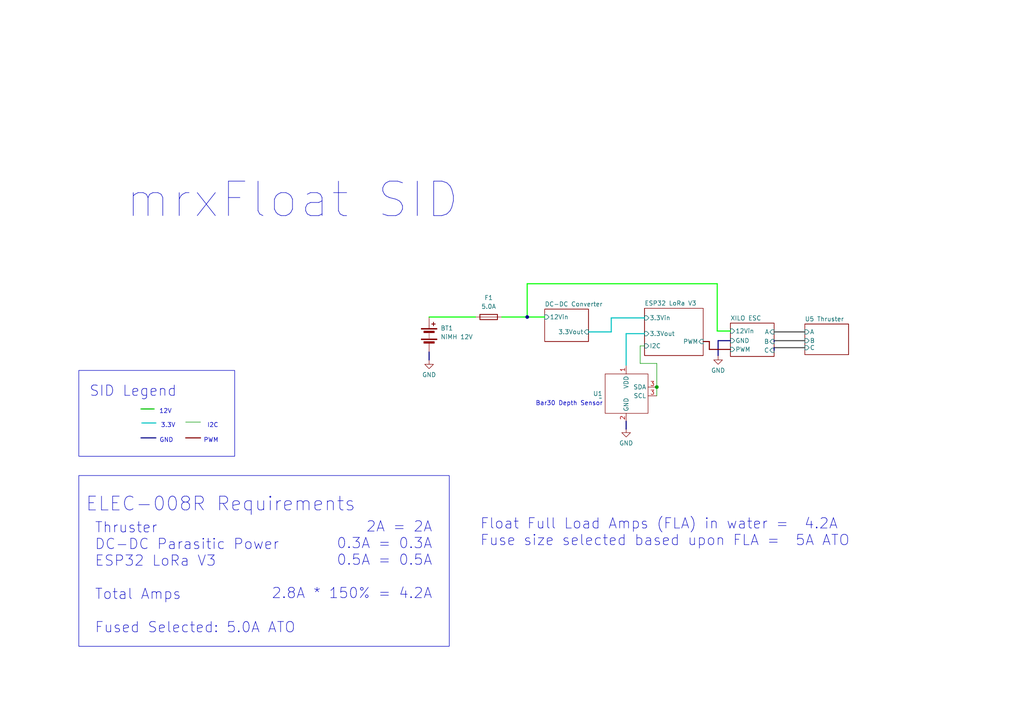
<source format=kicad_sch>
(kicad_sch (version 20241004) (generator "eeschema") (generator_version "8.99")
  (paper "A4")
  (title_block (title "MUREX FLOAT SID") (date "2025-05-02") (rev "V1") (company "MUREX ROBOTICS") (comment 3 "mrxFloat V10") (comment 4 "Float SID"))
  (lib_symbols
    (symbol "Device:Battery" (pin_numbers (hide yes)) (pin_names (offset 0) (hide yes))
      (property "Reference" "BT" (at 2.54 2.54 0))
      (property "Value" "Battery" (at 2.54 0 0))
      (symbol "Battery_0_1"
        (rectangle (start -2.286 1.778) (end 2.286 1.524) (fill (type outline)))
        (rectangle (start -2.286 -1.27) (end 2.286 -1.524) (fill (type outline)))
        (rectangle (start -1.524 1.016) (end 1.524 0.508) (fill (type outline)))
        (rectangle (start -1.524 -2.032) (end 1.524 -2.54) (fill (type outline)))
        (polyline (pts (xy 0 1.778) (xy 0 2.54)))
        (polyline (pts (xy 0 0) (xy 0 0.254)))
        (polyline (pts (xy 0 -0.508) (xy 0 -0.254)))
        (polyline (pts (xy 0 -1.016) (xy 0 -0.762)))
        (polyline (pts (xy 0.762 3.048) (xy 1.778 3.048)) (stroke (width 0.254)))
        (polyline (pts (xy 1.27 3.556) (xy 1.27 2.54)) (stroke (width 0.254)))
      )
      (symbol "Battery_1_1"
        (pin passive line (at 0 5.08 270) (length 2.54) (name "+") (number "1"))
        (pin passive line (at 0 -5.08 90) (length 2.54) (name "-") (number "2"))
      )
    )
    (symbol "Device:Fuse" (pin_numbers (hide yes)) (pin_names (offset 0))
      (property "Reference" "F" (at 2.032 0 90))
      (property "Value" "Fuse" (at -1.905 0 90))
      (symbol "Fuse_0_1"
        (rectangle (start -0.762 -2.54) (end 0.762 2.54) (stroke (width 0.254)))
        (polyline (pts (xy 0 2.54) (xy 0 -2.54)))
      )
      (symbol "Fuse_1_1"
        (pin passive line (at 0 3.81 270) (length 1.27) (name "~") (number "1"))
        (pin passive line (at 0 -3.81 90) (length 1.27) (name "~") (number "2"))
      )
    )
    (symbol "Sensor:Bar02"
      (property "Reference" "U" (at -5.842 7.62 0))
      (symbol "Bar02_0_1"
        (rectangle (start -6.096 6.35) (end 6.35 -5.08))
      )
      (symbol "Bar02_1_1"
        (pin input line (at 0 8.89 270) (length 2.54) (name "VDD") (number "1"))
        (pin input line (at 0 -7.62 90) (length 2.54) (name "GND") (number "2"))
        (pin input line (at 8.89 2.54 180) (length 2.54) (name "SDA") (number "3"))
        (pin input line (at 8.89 0 180) (length 2.54) (name "SCL") (number "3"))
      )
    )
    (symbol "power:GND" (power) (pin_numbers (hide yes)) (pin_names (offset 0) (hide yes))
      (property "Value" "GND" (at 0 -3.81 0))
      (symbol "GND_0_1"
        (polyline (pts (xy 0 0) (xy 0 -1.27) (xy 1.27 -1.27) (xy 0 -2.54) (xy -1.27 -1.27) (xy 0 -1.27)))
      )
      (symbol "GND_1_1"
        (pin power_in line (at 0 0 270) (length 0) (name "~") (number "1"))
      )
    )
  )
  (rectangle (start 22.86 137.922) (end 130.302 187.452))
  (rectangle (start 22.86 107.442) (end 68.072 132.334))
  (text "ELEC-008R Requirements" (at 64.008 146.304 0) (effects (font (size 4 4))))
  (text "Bar30 Depth Sensor" (at 165.1 117.094 0) (effects (font (size 1.27 1.27))))
  (text "Float Full Load Amps (FLA) in water =  4.2A\nFuse size selected based upon FLA =  5A ATO  " (at 139.192 154.432 0) (effects (font (size 3 3)) (justify left)))
  (text "3.3V\n" (at 48.768 123.444 0) (effects (font (size 1.27 1.27))))
  (text "PWM" (at 61.214 127.762 0) (effects (font (size 1.27 1.27))))
  (text "2A = 2A\n0.3A = 0.3A\n0.5A = 0.5A\n\n2.8A * 150% = 4.2A" (at 125.476 162.56 0) (effects (font (size 3 3)) (justify right)))
  (text "mrxFloat SID\n" (at 84.836 58.166 0) (effects (font (size 10 10))))
  (text "GND\n" (at 48.26 127.762 0) (effects (font (size 1.27 1.27))))
  (text "Thruster\nDC-DC Parasitic Power\nESP32 LoRa V3\n\nTotal Amps\n\nFused Selected: 5.0A ATO" (at 27.432 167.64 0) (effects (font (size 3 3)) (justify left)))
  (text "12V\n" (at 48.006 119.38 0) (effects (font (size 1.27 1.27))))
  (text "I2C\n" (at 61.722 123.444 0) (effects (font (size 1.27 1.27))))
  (text "SID Legend" (at 38.608 113.538 0) (effects (font (size 3 3))))
  (junction (at 152.908 91.948))
  (junction (at 190.5 112.268))
  (bus (pts (xy 41.148 122.682) (xy 45.212 122.682)) (stroke (width 0) (color 0 194 194 1)))
  (wire (pts (xy 190.5 112.268) (xy 190.5 114.808)))
  (bus (pts (xy 205.74 99.06) (xy 205.74 101.346)) (stroke (width 0) (color 132 0 0 1)))
  (bus (pts (xy 203.962 99.06) (xy 205.74 99.06)) (stroke (width 0) (color 132 0 0 1)))
  (wire (pts (xy 53.848 122.428) (xy 58.166 122.428)))
  (bus (pts (xy 177.292 92.202) (xy 177.292 96.266)) (stroke (width 0) (color 0 194 194 1)))
  (bus (pts (xy 208.28 98.806) (xy 208.28 103.124)))
  (wire (pts (xy 185.674 100.33) (xy 185.674 105.41)))
  (bus (pts (xy 211.836 96.012) (xy 208.026 96.012)) (stroke (width 0) (color 0 255 0 1)))
  (wire (pts (xy 190.5 105.41) (xy 190.5 112.268)))
  (bus (pts (xy 53.848 127) (xy 58.166 127)) (stroke (width 0) (color 132 0 0 1)))
  (bus (pts (xy 233.426 100.838) (xy 224.536 100.838)) (stroke (width 0) (color 72 72 72 1)))
  (bus (pts (xy 224.536 96.266) (xy 233.426 96.266)) (stroke (width 0) (color 72 72 72 1)))
  (bus (pts (xy 208.026 96.012) (xy 208.026 82.296)) (stroke (width 0) (color 0 255 0 1)))
  (bus (pts (xy 152.908 82.296) (xy 152.908 91.948)) (stroke (width 0) (color 0 255 0 1)))
  (bus (pts (xy 205.74 101.346) (xy 211.836 101.346)) (stroke (width 0) (color 132 0 0 1)))
  (bus (pts (xy 40.894 127) (xy 45.212 127)))
  (bus (pts (xy 208.026 82.296) (xy 152.908 82.296)) (stroke (width 0) (color 0 255 0 1)))
  (bus (pts (xy 181.61 105.918) (xy 181.61 96.774)) (stroke (width 0) (color 0 194 194 1)))
  (bus (pts (xy 224.536 98.806) (xy 224.536 99.06)))
  (bus (pts (xy 208.28 98.806) (xy 211.836 98.806)))
  (bus (pts (xy 145.542 91.948) (xy 152.908 91.948)) (stroke (width 0) (color 0 255 0 1)))
  (bus (pts (xy 181.61 96.774) (xy 186.944 96.774)) (stroke (width 0) (color 0 194 194 1)))
  (bus (pts (xy 224.536 100.838) (xy 224.536 101.6)))
  (wire (pts (xy 186.944 100.33) (xy 185.674 100.33)))
  (bus (pts (xy 152.908 91.948) (xy 157.988 91.948)) (stroke (width 0) (color 0 255 0 1)))
  (bus (pts (xy 40.894 118.618) (xy 44.704 118.618)) (stroke (width 0) (color 0 194 0 1)))
  (bus (pts (xy 181.61 122.174) (xy 181.61 124.46)))
  (wire (pts (xy 185.674 105.41) (xy 190.5 105.41)))
  (bus (pts (xy 186.944 92.202) (xy 177.292 92.202)) (stroke (width 0) (color 0 194 194 1)))
  (bus (pts (xy 177.292 96.266) (xy 170.688 96.266)) (stroke (width 0) (color 0 194 194 1)))
  (bus (pts (xy 124.46 91.948) (xy 137.922 91.948)) (stroke (width 0) (color 0 255 0 1)))
  (bus (pts (xy 233.426 98.806) (xy 224.536 98.806)) (stroke (width 0) (color 72 72 72 1)))
  (bus (pts (xy 124.46 102.108) (xy 124.46 104.394)))
  (symbol (lib_id "power:GND") (at 124.46 104.394 0) (unit 1)
    (property "Reference" "#PWR01" (effects (hide yes)))
    (property "Value" "GND" (at 124.46 108.712 0))
    (property "Description" "Power symbol creates a global label with name \"GND\" , ground" (effects (hide yes)))
  )
  (symbol (lib_id "power:GND") (at 181.61 124.206 0) (unit 1)
    (property "Reference" "#PWR04" (effects (hide yes)))
    (property "Value" "GND" (at 181.61 128.524 0))
    (property "Description" "Power symbol creates a global label with name \"GND\" , ground" (effects (hide yes)))
  )
  (symbol (lib_id "Device:Fuse") (at 141.732 91.948 90) (unit 1)
    (property "Reference" "F1" (at 141.732 86.36 90))
    (property "Value" "5.0A" (at 141.732 88.9 90))
    (property "Description" "Fuse" (effects (hide yes)))
  )
  (symbol (lib_id "power:GND") (at 208.28 103.124 0) (unit 1)
    (property "Reference" "#PWR03" (effects (hide yes)))
    (property "Value" "GND" (at 208.28 107.442 0))
    (property "Description" "Power symbol creates a global label with name \"GND\" , ground" (effects (hide yes)))
  )
  (symbol (lib_id "Device:Battery") (at 124.46 97.028 0) (unit 1)
    (property "Reference" "BT1" (at 127.762 95.1865 0) (effects (justify left)))
    (property "Value" "NiMH 12V" (at 127.762 97.7265 0) (effects (justify left)))
    (property "Description" "Multiple-cell battery" (effects (hide yes)))
  )
  (symbol (lib_id "Sensor:Bar02") (at 181.61 114.808 0) (unit 1)
    (property "Reference" "U1" (at 174.752 114.173 0) (effects (justify right)))
    (property "Value" "~" (at 174.752 115.443 0) (effects (justify right)))
  )
  (sheet (at 157.988 89.662) (size 12.7 9.398) (stroke (width 0.1524))
    (property "Sheetname" "DC-DC Converter" (at 157.988 88.9504 0) (effects (justify left bottom)))
    (property "Sheetfile" "untitled.kicad_sch" (effects (hide yes)))
    (pin "3.3Vout" input (at 170.688 96.266 0))
    (pin "12Vin" input (at 157.988 91.948 180))
  )
  (sheet (at 211.836 93.726) (size 12.7 9.652) (stroke (width 0.1524))
    (property "Sheetname" "XILO ESC" (at 211.836 93.0144 0) (effects (justify left bottom)))
    (property "Sheetfile" "xilo.kicad_sch" (effects (hide yes)))
    (pin "12Vin" input (at 211.836 96.012 180))
    (pin "GND" input (at 211.836 98.806 180))
    (pin "PWM" input (at 211.836 101.346 180))
    (pin "A" input (at 224.536 96.266 0))
    (pin "B" input (at 224.536 99.06 0))
    (pin "C" input (at 224.536 101.6 0))
  )
  (sheet (at 186.944 89.408) (size 17.018 13.716) (stroke (width 0.1524))
    (property "Sheetname" "ESP32 LoRa V3" (at 186.944 88.6964 0) (effects (justify left bottom)))
    (property "Sheetfile" "lora.kicad_sch" (effects (hide yes)))
    (pin "3.3Vin" input (at 186.944 92.202 180))
    (pin "3.3Vout" input (at 186.944 96.774 180))
    (pin "I2C" input (at 186.944 100.33 180))
    (pin "PWM" input (at 203.962 99.06 0))
  )
  (sheet (at 233.426 93.98) (size 12.7 8.89) (stroke (width 0.1524))
    (property "Sheetname" "U5 Thruster" (at 233.426 93.2684 0) (effects (justify left bottom)))
    (property "Sheetfile" "g.kicad_sch" (effects (hide yes)))
    (pin "A" input (at 233.426 96.266 180))
    (pin "B" input (at 233.426 98.806 180))
    (pin "C" input (at 233.426 100.838 180))
  )
)
</source>
